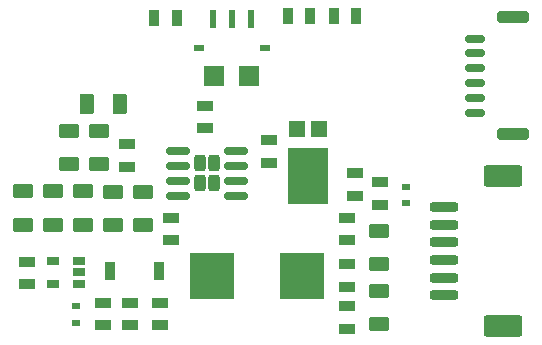
<source format=gbr>
%TF.GenerationSoftware,KiCad,Pcbnew,6.0.4-6f826c9f35~116~ubuntu20.04.1*%
%TF.CreationDate,2022-03-30T13:27:23+00:00*%
%TF.ProjectId,TFSBEC01A,54465342-4543-4303-9141-2e6b69636164,rev?*%
%TF.SameCoordinates,Original*%
%TF.FileFunction,Paste,Bot*%
%TF.FilePolarity,Positive*%
%FSLAX46Y46*%
G04 Gerber Fmt 4.6, Leading zero omitted, Abs format (unit mm)*
G04 Created by KiCad (PCBNEW 6.0.4-6f826c9f35~116~ubuntu20.04.1) date 2022-03-30 13:27:23*
%MOMM*%
%LPD*%
G01*
G04 APERTURE LIST*
G04 Aperture macros list*
%AMRoundRect*
0 Rectangle with rounded corners*
0 $1 Rounding radius*
0 $2 $3 $4 $5 $6 $7 $8 $9 X,Y pos of 4 corners*
0 Add a 4 corners polygon primitive as box body*
4,1,4,$2,$3,$4,$5,$6,$7,$8,$9,$2,$3,0*
0 Add four circle primitives for the rounded corners*
1,1,$1+$1,$2,$3*
1,1,$1+$1,$4,$5*
1,1,$1+$1,$6,$7*
1,1,$1+$1,$8,$9*
0 Add four rect primitives between the rounded corners*
20,1,$1+$1,$2,$3,$4,$5,0*
20,1,$1+$1,$4,$5,$6,$7,0*
20,1,$1+$1,$6,$7,$8,$9,0*
20,1,$1+$1,$8,$9,$2,$3,0*%
G04 Aperture macros list end*
%ADD10RoundRect,0.200000X1.000000X-0.200000X1.000000X0.200000X-1.000000X0.200000X-1.000000X-0.200000X0*%
%ADD11RoundRect,0.250000X1.400000X-0.650000X1.400000X0.650000X-1.400000X0.650000X-1.400000X-0.650000X0*%
%ADD12R,1.397000X0.889000*%
%ADD13RoundRect,0.250000X-0.625000X0.375000X-0.625000X-0.375000X0.625000X-0.375000X0.625000X0.375000X0*%
%ADD14R,0.889000X1.397000*%
%ADD15R,0.500000X1.600000*%
%ADD16R,0.900000X0.600000*%
%ADD17R,1.800000X1.700000*%
%ADD18R,3.360000X4.860000*%
%ADD19R,1.390000X1.400000*%
%ADD20RoundRect,0.150000X-0.700000X0.150000X-0.700000X-0.150000X0.700000X-0.150000X0.700000X0.150000X0*%
%ADD21RoundRect,0.250000X-1.100000X0.250000X-1.100000X-0.250000X1.100000X-0.250000X1.100000X0.250000X0*%
%ADD22R,0.700000X0.600000*%
%ADD23RoundRect,0.250000X0.625000X-0.375000X0.625000X0.375000X-0.625000X0.375000X-0.625000X-0.375000X0*%
%ADD24R,0.950000X1.500000*%
%ADD25RoundRect,0.250000X0.375000X0.625000X-0.375000X0.625000X-0.375000X-0.625000X0.375000X-0.625000X0*%
%ADD26R,3.850000X4.000000*%
%ADD27RoundRect,0.250000X-0.255000X-0.440000X0.255000X-0.440000X0.255000X0.440000X-0.255000X0.440000X0*%
%ADD28RoundRect,0.150000X-0.825000X-0.150000X0.825000X-0.150000X0.825000X0.150000X-0.825000X0.150000X0*%
%ADD29R,1.060000X0.650000*%
G04 APERTURE END LIST*
D10*
%TO.C,J1*%
X37636000Y4505000D03*
X37636000Y6005000D03*
X37636000Y7505000D03*
X37636000Y9005000D03*
X37636000Y10505000D03*
X37636000Y12005000D03*
D11*
X42686000Y14605000D03*
X42686000Y1905000D03*
%TD*%
D12*
%TO.C,C15*%
X14528800Y11074400D03*
X14528800Y9169400D03*
%TD*%
%TO.C,C12*%
X10820400Y15417800D03*
X10820400Y17322800D03*
%TD*%
D13*
%TO.C,C8*%
X4572000Y13309600D03*
X4572000Y10509600D03*
%TD*%
D14*
%TO.C,R7*%
X24447500Y28152000D03*
X26352500Y28152000D03*
%TD*%
D12*
%TO.C,R1*%
X13589000Y1990000D03*
X13589000Y3895000D03*
%TD*%
%TO.C,R2*%
X17424400Y18669000D03*
X17424400Y20574000D03*
%TD*%
D13*
%TO.C,C9*%
X2032000Y13309600D03*
X2032000Y10509600D03*
%TD*%
D15*
%TO.C,U1*%
X18085000Y27935000D03*
X19685000Y27935000D03*
X21285000Y27935000D03*
D16*
X22485000Y25435000D03*
D17*
X21185000Y23085000D03*
X18185000Y23085000D03*
D16*
X16885000Y25435000D03*
%TD*%
D18*
%TO.C,D3*%
X26162000Y14586000D03*
D19*
X27082000Y18568000D03*
X25242000Y18568000D03*
%TD*%
D12*
%TO.C,C14*%
X22860000Y15748000D03*
X22860000Y17653000D03*
%TD*%
D20*
%TO.C,J2*%
X40314000Y26239000D03*
X40314000Y24989000D03*
X40314000Y23739000D03*
X40314000Y22489000D03*
X40314000Y21239000D03*
X40314000Y19989000D03*
D21*
X43514000Y18139000D03*
X43514000Y28089000D03*
%TD*%
D12*
%TO.C,R6*%
X29464000Y3586500D03*
X29464000Y1681500D03*
%TD*%
D13*
%TO.C,C7*%
X7112000Y13309600D03*
X7112000Y10509600D03*
%TD*%
D14*
%TO.C,C19*%
X28321000Y28152000D03*
X30226000Y28152000D03*
%TD*%
D22*
%TO.C,D2*%
X6477000Y3579000D03*
X6477000Y2179000D03*
%TD*%
D12*
%TO.C,C16*%
X29464000Y9174500D03*
X29464000Y11079500D03*
%TD*%
D13*
%TO.C,C18*%
X32131000Y4856500D03*
X32131000Y2056500D03*
%TD*%
D14*
%TO.C,C4*%
X15049500Y28025000D03*
X13144500Y28025000D03*
%TD*%
D12*
%TO.C,C13*%
X2336800Y7366000D03*
X2336800Y5461000D03*
%TD*%
D23*
%TO.C,C1*%
X5943600Y15668800D03*
X5943600Y18468800D03*
%TD*%
%TO.C,C11*%
X8483600Y15668800D03*
X8483600Y18468800D03*
%TD*%
D24*
%TO.C,D1*%
X9362800Y6604000D03*
X13512800Y6604000D03*
%TD*%
D23*
%TO.C,C17*%
X32131000Y7194000D03*
X32131000Y9994000D03*
%TD*%
D12*
%TO.C,R4*%
X32258000Y14097000D03*
X32258000Y12192000D03*
%TD*%
%TO.C,C5*%
X8763000Y3895000D03*
X8763000Y1990000D03*
%TD*%
D25*
%TO.C,C6*%
X10210800Y20675600D03*
X7410800Y20675600D03*
%TD*%
D22*
%TO.C,D4*%
X34417000Y13716000D03*
X34417000Y12316000D03*
%TD*%
D12*
%TO.C,C3*%
X11049000Y3895000D03*
X11049000Y1990000D03*
%TD*%
%TO.C,R5*%
X29464000Y7142500D03*
X29464000Y5237500D03*
%TD*%
D26*
%TO.C,L1*%
X18019000Y6178000D03*
X25669000Y6178000D03*
%TD*%
D27*
%TO.C,U3*%
X16991000Y15684000D03*
X18191000Y14034000D03*
X16991000Y14034000D03*
X18191000Y15684000D03*
D28*
X15116000Y12954000D03*
X15116000Y14224000D03*
X15116000Y15494000D03*
X15116000Y16764000D03*
X20066000Y16764000D03*
X20066000Y15494000D03*
X20066000Y14224000D03*
X20066000Y12954000D03*
%TD*%
D12*
%TO.C,R3*%
X30099000Y14859000D03*
X30099000Y12954000D03*
%TD*%
D29*
%TO.C,U2*%
X6756400Y7401600D03*
X6756400Y6451600D03*
X6756400Y5501600D03*
X4556400Y5501600D03*
X4556400Y7401600D03*
%TD*%
D13*
%TO.C,C10*%
X12192000Y13264800D03*
X12192000Y10464800D03*
%TD*%
%TO.C,C2*%
X9652000Y13258800D03*
X9652000Y10458800D03*
%TD*%
M02*

</source>
